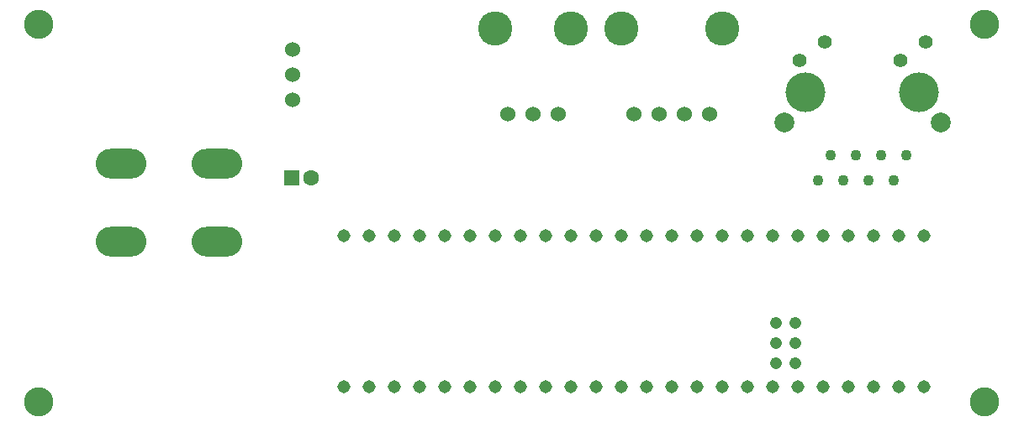
<source format=gbs>
G04 #@! TF.GenerationSoftware,KiCad,Pcbnew,7.0.5*
G04 #@! TF.CreationDate,2024-03-26T19:12:46-05:00*
G04 #@! TF.ProjectId,RotatingSignalStack_board,526f7461-7469-46e6-9753-69676e616c53,rev?*
G04 #@! TF.SameCoordinates,Original*
G04 #@! TF.FileFunction,Soldermask,Bot*
G04 #@! TF.FilePolarity,Negative*
%FSLAX46Y46*%
G04 Gerber Fmt 4.6, Leading zero omitted, Abs format (unit mm)*
G04 Created by KiCad (PCBNEW 7.0.5) date 2024-03-26 19:12:46*
%MOMM*%
%LPD*%
G01*
G04 APERTURE LIST*
%ADD10C,1.600000*%
%ADD11R,1.600000X1.600000*%
%ADD12C,1.524000*%
%ADD13C,2.946400*%
%ADD14O,5.100000X3.000000*%
%ADD15C,1.308000*%
%ADD16C,1.208000*%
%ADD17C,3.450000*%
%ADD18C,1.100000*%
%ADD19C,1.400000*%
%ADD20C,4.000000*%
%ADD21C,2.000000*%
G04 APERTURE END LIST*
D10*
X159004000Y-96774000D03*
D11*
X157004000Y-96774000D03*
D12*
X157099000Y-88900000D03*
X157099000Y-86360000D03*
X157099000Y-83820000D03*
D13*
X131572000Y-119380000D03*
D14*
X139814300Y-103173500D03*
X139814300Y-95299500D03*
D15*
X218186000Y-102616000D03*
X215646000Y-102616000D03*
X213106000Y-102616000D03*
X210566000Y-102616000D03*
X185166000Y-102616000D03*
X215646000Y-117856000D03*
X208026000Y-102616000D03*
X205486000Y-102616000D03*
X202946000Y-102616000D03*
X200406000Y-102616000D03*
X197866000Y-102616000D03*
X195326000Y-102616000D03*
X192786000Y-102616000D03*
X190246000Y-102616000D03*
X187706000Y-102616000D03*
X187706000Y-117856000D03*
X190246000Y-117856000D03*
X192786000Y-117856000D03*
X195326000Y-117856000D03*
X197866000Y-117856000D03*
X200406000Y-117856000D03*
X202946000Y-117856000D03*
X205486000Y-117856000D03*
X208026000Y-117856000D03*
X210566000Y-117856000D03*
X213106000Y-117856000D03*
X182626000Y-102616000D03*
X180086000Y-102616000D03*
X177546000Y-102616000D03*
X175006000Y-102616000D03*
X172466000Y-102616000D03*
X169926000Y-102616000D03*
X167386000Y-102616000D03*
X164846000Y-102616000D03*
X162306000Y-102616000D03*
X162306000Y-117856000D03*
X164846000Y-117856000D03*
X167386000Y-117856000D03*
X169926000Y-117856000D03*
X172466000Y-117856000D03*
X175006000Y-117856000D03*
X177546000Y-117856000D03*
X180086000Y-117856000D03*
X182626000Y-117856000D03*
X220726000Y-102616000D03*
X185166000Y-117856000D03*
X218186000Y-117856000D03*
D16*
X205756000Y-113406000D03*
X207756000Y-113406000D03*
X207756000Y-115406000D03*
X205756000Y-115406000D03*
X205756000Y-111406000D03*
X207756000Y-111406000D03*
D15*
X220726000Y-117856000D03*
D13*
X226822000Y-81280000D03*
X226822000Y-119380000D03*
D14*
X149466300Y-103173500D03*
X149466300Y-95299500D03*
D13*
X131572000Y-81280000D03*
D17*
X190246000Y-81661000D03*
X200406000Y-81661000D03*
D12*
X191516000Y-90297000D03*
X194056000Y-90297000D03*
X196596000Y-90297000D03*
X199136000Y-90297000D03*
D18*
X218948000Y-94488000D03*
X217678000Y-97028000D03*
X216408000Y-94488000D03*
X215138000Y-97028000D03*
X213868000Y-94488000D03*
X212598000Y-97028000D03*
X211328000Y-94488000D03*
X210058000Y-97028000D03*
D19*
X220828000Y-83058000D03*
X218288000Y-84848000D03*
X210718000Y-83058000D03*
X208178000Y-84848000D03*
D20*
X220218000Y-88138000D03*
X208788000Y-88138000D03*
D21*
X222378000Y-91188000D03*
X206628000Y-91188000D03*
D17*
X177546000Y-81661000D03*
X185166000Y-81661000D03*
D12*
X178816000Y-90297000D03*
X181356000Y-90297000D03*
X183896000Y-90297000D03*
M02*

</source>
